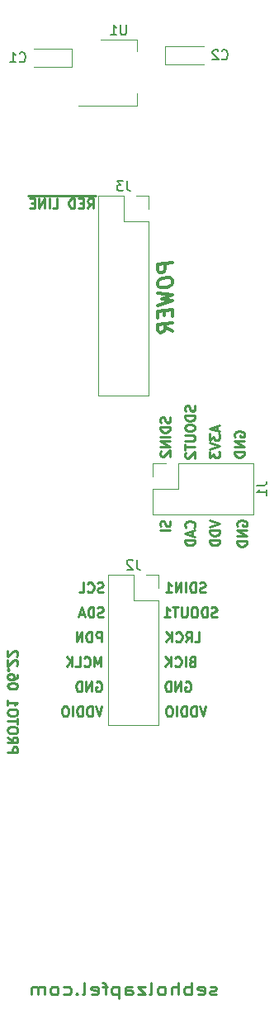
<source format=gbr>
%TF.GenerationSoftware,KiCad,Pcbnew,(6.0.5)*%
%TF.CreationDate,2022-06-21T23:16:53+02:00*%
%TF.ProjectId,eurorack-pmod-pcb,6575726f-7261-4636-9b2d-706d6f642d70,rev?*%
%TF.SameCoordinates,Original*%
%TF.FileFunction,Legend,Bot*%
%TF.FilePolarity,Positive*%
%FSLAX46Y46*%
G04 Gerber Fmt 4.6, Leading zero omitted, Abs format (unit mm)*
G04 Created by KiCad (PCBNEW (6.0.5)) date 2022-06-21 23:16:53*
%MOMM*%
%LPD*%
G01*
G04 APERTURE LIST*
%ADD10C,0.250000*%
%ADD11C,0.300000*%
%ADD12C,0.150000*%
%ADD13C,0.120000*%
G04 APERTURE END LIST*
D10*
X21994761Y-48871523D02*
X22042380Y-49014380D01*
X22042380Y-49252476D01*
X21994761Y-49347714D01*
X21947142Y-49395333D01*
X21851904Y-49442952D01*
X21756666Y-49442952D01*
X21661428Y-49395333D01*
X21613809Y-49347714D01*
X21566190Y-49252476D01*
X21518571Y-49062000D01*
X21470952Y-48966761D01*
X21423333Y-48919142D01*
X21328095Y-48871523D01*
X21232857Y-48871523D01*
X21137619Y-48919142D01*
X21090000Y-48966761D01*
X21042380Y-49062000D01*
X21042380Y-49300095D01*
X21090000Y-49442952D01*
X22042380Y-49871523D02*
X21042380Y-49871523D01*
X21042380Y-50109619D01*
X21090000Y-50252476D01*
X21185238Y-50347714D01*
X21280476Y-50395333D01*
X21470952Y-50442952D01*
X21613809Y-50442952D01*
X21804285Y-50395333D01*
X21899523Y-50347714D01*
X21994761Y-50252476D01*
X22042380Y-50109619D01*
X22042380Y-49871523D01*
X21042380Y-51062000D02*
X21042380Y-51252476D01*
X21090000Y-51347714D01*
X21185238Y-51442952D01*
X21375714Y-51490571D01*
X21709047Y-51490571D01*
X21899523Y-51442952D01*
X21994761Y-51347714D01*
X22042380Y-51252476D01*
X22042380Y-51062000D01*
X21994761Y-50966761D01*
X21899523Y-50871523D01*
X21709047Y-50823904D01*
X21375714Y-50823904D01*
X21185238Y-50871523D01*
X21090000Y-50966761D01*
X21042380Y-51062000D01*
X21042380Y-51919142D02*
X21851904Y-51919142D01*
X21947142Y-51966761D01*
X21994761Y-52014380D01*
X22042380Y-52109619D01*
X22042380Y-52300095D01*
X21994761Y-52395333D01*
X21947142Y-52442952D01*
X21851904Y-52490571D01*
X21042380Y-52490571D01*
X21042380Y-52823904D02*
X21042380Y-53395333D01*
X22042380Y-53109619D02*
X21042380Y-53109619D01*
X21137619Y-53681047D02*
X21090000Y-53728666D01*
X21042380Y-53823904D01*
X21042380Y-54062000D01*
X21090000Y-54157238D01*
X21137619Y-54204857D01*
X21232857Y-54252476D01*
X21328095Y-54252476D01*
X21470952Y-54204857D01*
X22042380Y-53633428D01*
X22042380Y-54252476D01*
X22018476Y-73096380D02*
X22494666Y-73096380D01*
X22494666Y-72096380D01*
X21113714Y-73096380D02*
X21447047Y-72620190D01*
X21685142Y-73096380D02*
X21685142Y-72096380D01*
X21304190Y-72096380D01*
X21208952Y-72144000D01*
X21161333Y-72191619D01*
X21113714Y-72286857D01*
X21113714Y-72429714D01*
X21161333Y-72524952D01*
X21208952Y-72572571D01*
X21304190Y-72620190D01*
X21685142Y-72620190D01*
X20113714Y-73001142D02*
X20161333Y-73048761D01*
X20304190Y-73096380D01*
X20399428Y-73096380D01*
X20542285Y-73048761D01*
X20637523Y-72953523D01*
X20685142Y-72858285D01*
X20732761Y-72667809D01*
X20732761Y-72524952D01*
X20685142Y-72334476D01*
X20637523Y-72239238D01*
X20542285Y-72144000D01*
X20399428Y-72096380D01*
X20304190Y-72096380D01*
X20161333Y-72144000D01*
X20113714Y-72191619D01*
X19685142Y-73096380D02*
X19685142Y-72096380D01*
X19113714Y-73096380D02*
X19542285Y-72524952D01*
X19113714Y-72096380D02*
X19685142Y-72667809D01*
X19454761Y-60690190D02*
X19502380Y-60833047D01*
X19502380Y-61071142D01*
X19454761Y-61166380D01*
X19407142Y-61214000D01*
X19311904Y-61261619D01*
X19216666Y-61261619D01*
X19121428Y-61214000D01*
X19073809Y-61166380D01*
X19026190Y-61071142D01*
X18978571Y-60880666D01*
X18930952Y-60785428D01*
X18883333Y-60737809D01*
X18788095Y-60690190D01*
X18692857Y-60690190D01*
X18597619Y-60737809D01*
X18550000Y-60785428D01*
X18502380Y-60880666D01*
X18502380Y-61118761D01*
X18550000Y-61261619D01*
X19502380Y-61690190D02*
X18502380Y-61690190D01*
X11937904Y-77224000D02*
X12033142Y-77176380D01*
X12176000Y-77176380D01*
X12318857Y-77224000D01*
X12414095Y-77319238D01*
X12461714Y-77414476D01*
X12509333Y-77604952D01*
X12509333Y-77747809D01*
X12461714Y-77938285D01*
X12414095Y-78033523D01*
X12318857Y-78128761D01*
X12176000Y-78176380D01*
X12080761Y-78176380D01*
X11937904Y-78128761D01*
X11890285Y-78081142D01*
X11890285Y-77747809D01*
X12080761Y-77747809D01*
X11461714Y-78176380D02*
X11461714Y-77176380D01*
X10890285Y-78176380D01*
X10890285Y-77176380D01*
X10414095Y-78176380D02*
X10414095Y-77176380D01*
X10176000Y-77176380D01*
X10033142Y-77224000D01*
X9937904Y-77319238D01*
X9890285Y-77414476D01*
X9842666Y-77604952D01*
X9842666Y-77747809D01*
X9890285Y-77938285D01*
X9937904Y-78033523D01*
X10033142Y-78128761D01*
X10176000Y-78176380D01*
X10414095Y-78176380D01*
X12644285Y-70508761D02*
X12501428Y-70556380D01*
X12263333Y-70556380D01*
X12168095Y-70508761D01*
X12120476Y-70461142D01*
X12072857Y-70365904D01*
X12072857Y-70270666D01*
X12120476Y-70175428D01*
X12168095Y-70127809D01*
X12263333Y-70080190D01*
X12453809Y-70032571D01*
X12549047Y-69984952D01*
X12596666Y-69937333D01*
X12644285Y-69842095D01*
X12644285Y-69746857D01*
X12596666Y-69651619D01*
X12549047Y-69604000D01*
X12453809Y-69556380D01*
X12215714Y-69556380D01*
X12072857Y-69604000D01*
X11644285Y-70556380D02*
X11644285Y-69556380D01*
X11406190Y-69556380D01*
X11263333Y-69604000D01*
X11168095Y-69699238D01*
X11120476Y-69794476D01*
X11072857Y-69984952D01*
X11072857Y-70127809D01*
X11120476Y-70318285D01*
X11168095Y-70413523D01*
X11263333Y-70508761D01*
X11406190Y-70556380D01*
X11644285Y-70556380D01*
X10691904Y-70270666D02*
X10215714Y-70270666D01*
X10787142Y-70556380D02*
X10453809Y-69556380D01*
X10120476Y-70556380D01*
X2849619Y-84438476D02*
X3849619Y-84438476D01*
X3849619Y-84057523D01*
X3801999Y-83962285D01*
X3754380Y-83914666D01*
X3659142Y-83867047D01*
X3516285Y-83867047D01*
X3421047Y-83914666D01*
X3373428Y-83962285D01*
X3325809Y-84057523D01*
X3325809Y-84438476D01*
X2849619Y-82867047D02*
X3325809Y-83200380D01*
X2849619Y-83438476D02*
X3849619Y-83438476D01*
X3849619Y-83057523D01*
X3801999Y-82962285D01*
X3754380Y-82914666D01*
X3659142Y-82867047D01*
X3516285Y-82867047D01*
X3421047Y-82914666D01*
X3373428Y-82962285D01*
X3325809Y-83057523D01*
X3325809Y-83438476D01*
X3849619Y-82248000D02*
X3849619Y-82057523D01*
X3801999Y-81962285D01*
X3706761Y-81867047D01*
X3516285Y-81819428D01*
X3182952Y-81819428D01*
X2992476Y-81867047D01*
X2897238Y-81962285D01*
X2849619Y-82057523D01*
X2849619Y-82248000D01*
X2897238Y-82343238D01*
X2992476Y-82438476D01*
X3182952Y-82486095D01*
X3516285Y-82486095D01*
X3706761Y-82438476D01*
X3801999Y-82343238D01*
X3849619Y-82248000D01*
X3849619Y-81533714D02*
X3849619Y-80962285D01*
X2849619Y-81248000D02*
X3849619Y-81248000D01*
X3849619Y-80438476D02*
X3849619Y-80248000D01*
X3802000Y-80152761D01*
X3706761Y-80057523D01*
X3516285Y-80009904D01*
X3182952Y-80009904D01*
X2992476Y-80057523D01*
X2897238Y-80152761D01*
X2849619Y-80248000D01*
X2849619Y-80438476D01*
X2897238Y-80533714D01*
X2992476Y-80628952D01*
X3182952Y-80676571D01*
X3516285Y-80676571D01*
X3706761Y-80628952D01*
X3802000Y-80533714D01*
X3849619Y-80438476D01*
X2849619Y-79057523D02*
X2849619Y-79628952D01*
X2849619Y-79343238D02*
X3849619Y-79343238D01*
X3706761Y-79438476D01*
X3611523Y-79533714D01*
X3563904Y-79628952D01*
X3849619Y-77676571D02*
X3849619Y-77581333D01*
X3802000Y-77486095D01*
X3754380Y-77438476D01*
X3659142Y-77390857D01*
X3468666Y-77343238D01*
X3230571Y-77343238D01*
X3040095Y-77390857D01*
X2944857Y-77438476D01*
X2897238Y-77486095D01*
X2849619Y-77581333D01*
X2849619Y-77676571D01*
X2897238Y-77771809D01*
X2944857Y-77819428D01*
X3040095Y-77867047D01*
X3230571Y-77914666D01*
X3468666Y-77914666D01*
X3659142Y-77867047D01*
X3754380Y-77819428D01*
X3802000Y-77771809D01*
X3849619Y-77676571D01*
X3849619Y-76486095D02*
X3849619Y-76676571D01*
X3802000Y-76771809D01*
X3754380Y-76819428D01*
X3611523Y-76914666D01*
X3421047Y-76962285D01*
X3040095Y-76962285D01*
X2944857Y-76914666D01*
X2897238Y-76867047D01*
X2849619Y-76771809D01*
X2849619Y-76581333D01*
X2897238Y-76486095D01*
X2944857Y-76438476D01*
X3040095Y-76390857D01*
X3278190Y-76390857D01*
X3373428Y-76438476D01*
X3421047Y-76486095D01*
X3468666Y-76581333D01*
X3468666Y-76771809D01*
X3421047Y-76867047D01*
X3373428Y-76914666D01*
X3278190Y-76962285D01*
X2944857Y-75962285D02*
X2897238Y-75914666D01*
X2849619Y-75962285D01*
X2897238Y-76009904D01*
X2944857Y-75962285D01*
X2849619Y-75962285D01*
X3754380Y-75533714D02*
X3802000Y-75486095D01*
X3849619Y-75390857D01*
X3849619Y-75152761D01*
X3802000Y-75057523D01*
X3754380Y-75009904D01*
X3659142Y-74962285D01*
X3563904Y-74962285D01*
X3421047Y-75009904D01*
X2849619Y-75581333D01*
X2849619Y-74962285D01*
X3754380Y-74581333D02*
X3802000Y-74533714D01*
X3849619Y-74438476D01*
X3849619Y-74200380D01*
X3802000Y-74105142D01*
X3754380Y-74057523D01*
X3659142Y-74009904D01*
X3563904Y-74009904D01*
X3421047Y-74057523D01*
X2849619Y-74628952D01*
X2849619Y-74009904D01*
X24232000Y-109197714D02*
X24089142Y-109254857D01*
X23803428Y-109254857D01*
X23660571Y-109197714D01*
X23589142Y-109083428D01*
X23589142Y-109026285D01*
X23660571Y-108912000D01*
X23803428Y-108854857D01*
X24017714Y-108854857D01*
X24160571Y-108797714D01*
X24232000Y-108683428D01*
X24232000Y-108626285D01*
X24160571Y-108512000D01*
X24017714Y-108454857D01*
X23803428Y-108454857D01*
X23660571Y-108512000D01*
X22374857Y-109197714D02*
X22517714Y-109254857D01*
X22803428Y-109254857D01*
X22946285Y-109197714D01*
X23017714Y-109083428D01*
X23017714Y-108626285D01*
X22946285Y-108512000D01*
X22803428Y-108454857D01*
X22517714Y-108454857D01*
X22374857Y-108512000D01*
X22303428Y-108626285D01*
X22303428Y-108740571D01*
X23017714Y-108854857D01*
X21660571Y-109254857D02*
X21660571Y-108054857D01*
X21660571Y-108512000D02*
X21517714Y-108454857D01*
X21232000Y-108454857D01*
X21089142Y-108512000D01*
X21017714Y-108569142D01*
X20946285Y-108683428D01*
X20946285Y-109026285D01*
X21017714Y-109140571D01*
X21089142Y-109197714D01*
X21232000Y-109254857D01*
X21517714Y-109254857D01*
X21660571Y-109197714D01*
X20303428Y-109254857D02*
X20303428Y-108054857D01*
X19660571Y-109254857D02*
X19660571Y-108626285D01*
X19732000Y-108512000D01*
X19874857Y-108454857D01*
X20089142Y-108454857D01*
X20232000Y-108512000D01*
X20303428Y-108569142D01*
X18732000Y-109254857D02*
X18874857Y-109197714D01*
X18946285Y-109140571D01*
X19017714Y-109026285D01*
X19017714Y-108683428D01*
X18946285Y-108569142D01*
X18874857Y-108512000D01*
X18732000Y-108454857D01*
X18517714Y-108454857D01*
X18374857Y-108512000D01*
X18303428Y-108569142D01*
X18232000Y-108683428D01*
X18232000Y-109026285D01*
X18303428Y-109140571D01*
X18374857Y-109197714D01*
X18517714Y-109254857D01*
X18732000Y-109254857D01*
X17374857Y-109254857D02*
X17517714Y-109197714D01*
X17589142Y-109083428D01*
X17589142Y-108054857D01*
X16946285Y-108454857D02*
X16160571Y-108454857D01*
X16946285Y-109254857D01*
X16160571Y-109254857D01*
X14946285Y-109254857D02*
X14946285Y-108626285D01*
X15017714Y-108512000D01*
X15160571Y-108454857D01*
X15446285Y-108454857D01*
X15589142Y-108512000D01*
X14946285Y-109197714D02*
X15089142Y-109254857D01*
X15446285Y-109254857D01*
X15589142Y-109197714D01*
X15660571Y-109083428D01*
X15660571Y-108969142D01*
X15589142Y-108854857D01*
X15446285Y-108797714D01*
X15089142Y-108797714D01*
X14946285Y-108740571D01*
X14232000Y-108454857D02*
X14232000Y-109654857D01*
X14232000Y-108512000D02*
X14089142Y-108454857D01*
X13803428Y-108454857D01*
X13660571Y-108512000D01*
X13589142Y-108569142D01*
X13517714Y-108683428D01*
X13517714Y-109026285D01*
X13589142Y-109140571D01*
X13660571Y-109197714D01*
X13803428Y-109254857D01*
X14089142Y-109254857D01*
X14232000Y-109197714D01*
X13089142Y-108454857D02*
X12517714Y-108454857D01*
X12874857Y-109254857D02*
X12874857Y-108226285D01*
X12803428Y-108112000D01*
X12660571Y-108054857D01*
X12517714Y-108054857D01*
X11446285Y-109197714D02*
X11589142Y-109254857D01*
X11874857Y-109254857D01*
X12017714Y-109197714D01*
X12089142Y-109083428D01*
X12089142Y-108626285D01*
X12017714Y-108512000D01*
X11874857Y-108454857D01*
X11589142Y-108454857D01*
X11446285Y-108512000D01*
X11374857Y-108626285D01*
X11374857Y-108740571D01*
X12089142Y-108854857D01*
X10517714Y-109254857D02*
X10660571Y-109197714D01*
X10732000Y-109083428D01*
X10732000Y-108054857D01*
X9946285Y-109140571D02*
X9874857Y-109197714D01*
X9946285Y-109254857D01*
X10017714Y-109197714D01*
X9946285Y-109140571D01*
X9946285Y-109254857D01*
X8589142Y-109197714D02*
X8732000Y-109254857D01*
X9017714Y-109254857D01*
X9160571Y-109197714D01*
X9232000Y-109140571D01*
X9303428Y-109026285D01*
X9303428Y-108683428D01*
X9232000Y-108569142D01*
X9160571Y-108512000D01*
X9017714Y-108454857D01*
X8732000Y-108454857D01*
X8589142Y-108512000D01*
X7732000Y-109254857D02*
X7874857Y-109197714D01*
X7946285Y-109140571D01*
X8017714Y-109026285D01*
X8017714Y-108683428D01*
X7946285Y-108569142D01*
X7874857Y-108512000D01*
X7732000Y-108454857D01*
X7517714Y-108454857D01*
X7374857Y-108512000D01*
X7303428Y-108569142D01*
X7232000Y-108683428D01*
X7232000Y-109026285D01*
X7303428Y-109140571D01*
X7374857Y-109197714D01*
X7517714Y-109254857D01*
X7732000Y-109254857D01*
X6589142Y-109254857D02*
X6589142Y-108454857D01*
X6589142Y-108569142D02*
X6517714Y-108512000D01*
X6374857Y-108454857D01*
X6160571Y-108454857D01*
X6017714Y-108512000D01*
X5946285Y-108626285D01*
X5946285Y-109254857D01*
X5946285Y-108626285D02*
X5874857Y-108512000D01*
X5732000Y-108454857D01*
X5517714Y-108454857D01*
X5374857Y-108512000D01*
X5303428Y-108626285D01*
X5303428Y-109254857D01*
X26424000Y-61214095D02*
X26376380Y-61118857D01*
X26376380Y-60976000D01*
X26424000Y-60833142D01*
X26519238Y-60737904D01*
X26614476Y-60690285D01*
X26804952Y-60642666D01*
X26947809Y-60642666D01*
X27138285Y-60690285D01*
X27233523Y-60737904D01*
X27328761Y-60833142D01*
X27376380Y-60976000D01*
X27376380Y-61071238D01*
X27328761Y-61214095D01*
X27281142Y-61261714D01*
X26947809Y-61261714D01*
X26947809Y-61071238D01*
X27376380Y-61690285D02*
X26376380Y-61690285D01*
X27376380Y-62261714D01*
X26376380Y-62261714D01*
X27376380Y-62737904D02*
X26376380Y-62737904D01*
X26376380Y-62976000D01*
X26424000Y-63118857D01*
X26519238Y-63214095D01*
X26614476Y-63261714D01*
X26804952Y-63309333D01*
X26947809Y-63309333D01*
X27138285Y-63261714D01*
X27233523Y-63214095D01*
X27328761Y-63118857D01*
X27376380Y-62976000D01*
X27376380Y-62737904D01*
X23177238Y-79716380D02*
X22843904Y-80716380D01*
X22510571Y-79716380D01*
X22177238Y-80716380D02*
X22177238Y-79716380D01*
X21939142Y-79716380D01*
X21796285Y-79764000D01*
X21701047Y-79859238D01*
X21653428Y-79954476D01*
X21605809Y-80144952D01*
X21605809Y-80287809D01*
X21653428Y-80478285D01*
X21701047Y-80573523D01*
X21796285Y-80668761D01*
X21939142Y-80716380D01*
X22177238Y-80716380D01*
X21177238Y-80716380D02*
X21177238Y-79716380D01*
X20939142Y-79716380D01*
X20796285Y-79764000D01*
X20701047Y-79859238D01*
X20653428Y-79954476D01*
X20605809Y-80144952D01*
X20605809Y-80287809D01*
X20653428Y-80478285D01*
X20701047Y-80573523D01*
X20796285Y-80668761D01*
X20939142Y-80716380D01*
X21177238Y-80716380D01*
X20177238Y-80716380D02*
X20177238Y-79716380D01*
X19510571Y-79716380D02*
X19320095Y-79716380D01*
X19224857Y-79764000D01*
X19129619Y-79859238D01*
X19082000Y-80049714D01*
X19082000Y-80383047D01*
X19129619Y-80573523D01*
X19224857Y-80668761D01*
X19320095Y-80716380D01*
X19510571Y-80716380D01*
X19605809Y-80668761D01*
X19701047Y-80573523D01*
X19748666Y-80383047D01*
X19748666Y-80049714D01*
X19701047Y-79859238D01*
X19605809Y-79764000D01*
X19510571Y-79716380D01*
X23582380Y-60642666D02*
X24582380Y-60976000D01*
X23582380Y-61309333D01*
X24582380Y-61642666D02*
X23582380Y-61642666D01*
X23582380Y-61880761D01*
X23630000Y-62023619D01*
X23725238Y-62118857D01*
X23820476Y-62166476D01*
X24010952Y-62214095D01*
X24153809Y-62214095D01*
X24344285Y-62166476D01*
X24439523Y-62118857D01*
X24534761Y-62023619D01*
X24582380Y-61880761D01*
X24582380Y-61642666D01*
X24582380Y-62642666D02*
X23582380Y-62642666D01*
X23582380Y-62880761D01*
X23630000Y-63023619D01*
X23725238Y-63118857D01*
X23820476Y-63166476D01*
X24010952Y-63214095D01*
X24153809Y-63214095D01*
X24344285Y-63166476D01*
X24439523Y-63118857D01*
X24534761Y-63023619D01*
X24582380Y-62880761D01*
X24582380Y-62642666D01*
X12461714Y-73096380D02*
X12461714Y-72096380D01*
X12080761Y-72096380D01*
X11985523Y-72144000D01*
X11937904Y-72191619D01*
X11890285Y-72286857D01*
X11890285Y-72429714D01*
X11937904Y-72524952D01*
X11985523Y-72572571D01*
X12080761Y-72620190D01*
X12461714Y-72620190D01*
X11461714Y-73096380D02*
X11461714Y-72096380D01*
X11223619Y-72096380D01*
X11080761Y-72144000D01*
X10985523Y-72239238D01*
X10937904Y-72334476D01*
X10890285Y-72524952D01*
X10890285Y-72667809D01*
X10937904Y-72858285D01*
X10985523Y-72953523D01*
X11080761Y-73048761D01*
X11223619Y-73096380D01*
X11461714Y-73096380D01*
X10461714Y-73096380D02*
X10461714Y-72096380D01*
X9890285Y-73096380D01*
X9890285Y-72096380D01*
X23105809Y-67968761D02*
X22962952Y-68016380D01*
X22724857Y-68016380D01*
X22629619Y-67968761D01*
X22582000Y-67921142D01*
X22534380Y-67825904D01*
X22534380Y-67730666D01*
X22582000Y-67635428D01*
X22629619Y-67587809D01*
X22724857Y-67540190D01*
X22915333Y-67492571D01*
X23010571Y-67444952D01*
X23058190Y-67397333D01*
X23105809Y-67302095D01*
X23105809Y-67206857D01*
X23058190Y-67111619D01*
X23010571Y-67064000D01*
X22915333Y-67016380D01*
X22677238Y-67016380D01*
X22534380Y-67064000D01*
X22105809Y-68016380D02*
X22105809Y-67016380D01*
X21867714Y-67016380D01*
X21724857Y-67064000D01*
X21629619Y-67159238D01*
X21582000Y-67254476D01*
X21534380Y-67444952D01*
X21534380Y-67587809D01*
X21582000Y-67778285D01*
X21629619Y-67873523D01*
X21724857Y-67968761D01*
X21867714Y-68016380D01*
X22105809Y-68016380D01*
X21105809Y-68016380D02*
X21105809Y-67016380D01*
X20629619Y-68016380D02*
X20629619Y-67016380D01*
X20058190Y-68016380D01*
X20058190Y-67016380D01*
X19058190Y-68016380D02*
X19629619Y-68016380D01*
X19343904Y-68016380D02*
X19343904Y-67016380D01*
X19439142Y-67159238D01*
X19534380Y-67254476D01*
X19629619Y-67302095D01*
X19454761Y-50046190D02*
X19502380Y-50189047D01*
X19502380Y-50427142D01*
X19454761Y-50522380D01*
X19407142Y-50570000D01*
X19311904Y-50617619D01*
X19216666Y-50617619D01*
X19121428Y-50570000D01*
X19073809Y-50522380D01*
X19026190Y-50427142D01*
X18978571Y-50236666D01*
X18930952Y-50141428D01*
X18883333Y-50093809D01*
X18788095Y-50046190D01*
X18692857Y-50046190D01*
X18597619Y-50093809D01*
X18550000Y-50141428D01*
X18502380Y-50236666D01*
X18502380Y-50474761D01*
X18550000Y-50617619D01*
X19502380Y-51046190D02*
X18502380Y-51046190D01*
X18502380Y-51284285D01*
X18550000Y-51427142D01*
X18645238Y-51522380D01*
X18740476Y-51570000D01*
X18930952Y-51617619D01*
X19073809Y-51617619D01*
X19264285Y-51570000D01*
X19359523Y-51522380D01*
X19454761Y-51427142D01*
X19502380Y-51284285D01*
X19502380Y-51046190D01*
X19502380Y-52046190D02*
X18502380Y-52046190D01*
X19502380Y-52522380D02*
X18502380Y-52522380D01*
X19502380Y-53093809D01*
X18502380Y-53093809D01*
X18597619Y-53522380D02*
X18550000Y-53570000D01*
X18502380Y-53665238D01*
X18502380Y-53903333D01*
X18550000Y-53998571D01*
X18597619Y-54046190D01*
X18692857Y-54093809D01*
X18788095Y-54093809D01*
X18930952Y-54046190D01*
X19502380Y-53474761D01*
X19502380Y-54093809D01*
X21947142Y-61356952D02*
X21994761Y-61309333D01*
X22042380Y-61166476D01*
X22042380Y-61071238D01*
X21994761Y-60928380D01*
X21899523Y-60833142D01*
X21804285Y-60785523D01*
X21613809Y-60737904D01*
X21470952Y-60737904D01*
X21280476Y-60785523D01*
X21185238Y-60833142D01*
X21090000Y-60928380D01*
X21042380Y-61071238D01*
X21042380Y-61166476D01*
X21090000Y-61309333D01*
X21137619Y-61356952D01*
X21756666Y-61737904D02*
X21756666Y-62214095D01*
X22042380Y-61642666D02*
X21042380Y-61976000D01*
X22042380Y-62309333D01*
X22042380Y-62642666D02*
X21042380Y-62642666D01*
X21042380Y-62880761D01*
X21090000Y-63023619D01*
X21185238Y-63118857D01*
X21280476Y-63166476D01*
X21470952Y-63214095D01*
X21613809Y-63214095D01*
X21804285Y-63166476D01*
X21899523Y-63118857D01*
X21994761Y-63023619D01*
X22042380Y-62880761D01*
X22042380Y-62642666D01*
X21740666Y-75112571D02*
X21597809Y-75160190D01*
X21550190Y-75207809D01*
X21502571Y-75303047D01*
X21502571Y-75445904D01*
X21550190Y-75541142D01*
X21597809Y-75588761D01*
X21693047Y-75636380D01*
X22074000Y-75636380D01*
X22074000Y-74636380D01*
X21740666Y-74636380D01*
X21645428Y-74684000D01*
X21597809Y-74731619D01*
X21550190Y-74826857D01*
X21550190Y-74922095D01*
X21597809Y-75017333D01*
X21645428Y-75064952D01*
X21740666Y-75112571D01*
X22074000Y-75112571D01*
X21074000Y-75636380D02*
X21074000Y-74636380D01*
X20026380Y-75541142D02*
X20074000Y-75588761D01*
X20216857Y-75636380D01*
X20312095Y-75636380D01*
X20454952Y-75588761D01*
X20550190Y-75493523D01*
X20597809Y-75398285D01*
X20645428Y-75207809D01*
X20645428Y-75064952D01*
X20597809Y-74874476D01*
X20550190Y-74779238D01*
X20454952Y-74684000D01*
X20312095Y-74636380D01*
X20216857Y-74636380D01*
X20074000Y-74684000D01*
X20026380Y-74731619D01*
X19597809Y-75636380D02*
X19597809Y-74636380D01*
X19026380Y-75636380D02*
X19454952Y-75064952D01*
X19026380Y-74636380D02*
X19597809Y-75207809D01*
X12509238Y-79716380D02*
X12175904Y-80716380D01*
X11842571Y-79716380D01*
X11509238Y-80716380D02*
X11509238Y-79716380D01*
X11271142Y-79716380D01*
X11128285Y-79764000D01*
X11033047Y-79859238D01*
X10985428Y-79954476D01*
X10937809Y-80144952D01*
X10937809Y-80287809D01*
X10985428Y-80478285D01*
X11033047Y-80573523D01*
X11128285Y-80668761D01*
X11271142Y-80716380D01*
X11509238Y-80716380D01*
X10509238Y-80716380D02*
X10509238Y-79716380D01*
X10271142Y-79716380D01*
X10128285Y-79764000D01*
X10033047Y-79859238D01*
X9985428Y-79954476D01*
X9937809Y-80144952D01*
X9937809Y-80287809D01*
X9985428Y-80478285D01*
X10033047Y-80573523D01*
X10128285Y-80668761D01*
X10271142Y-80716380D01*
X10509238Y-80716380D01*
X9509238Y-80716380D02*
X9509238Y-79716380D01*
X8842571Y-79716380D02*
X8652095Y-79716380D01*
X8556857Y-79764000D01*
X8461619Y-79859238D01*
X8414000Y-80049714D01*
X8414000Y-80383047D01*
X8461619Y-80573523D01*
X8556857Y-80668761D01*
X8652095Y-80716380D01*
X8842571Y-80716380D01*
X8937809Y-80668761D01*
X9033047Y-80573523D01*
X9080666Y-80383047D01*
X9080666Y-80049714D01*
X9033047Y-79859238D01*
X8937809Y-79764000D01*
X8842571Y-79716380D01*
X24296666Y-50958952D02*
X24296666Y-51435142D01*
X24582380Y-50863714D02*
X23582380Y-51197047D01*
X24582380Y-51530380D01*
X23582380Y-51768476D02*
X23582380Y-52387523D01*
X23963333Y-52054190D01*
X23963333Y-52197047D01*
X24010952Y-52292285D01*
X24058571Y-52339904D01*
X24153809Y-52387523D01*
X24391904Y-52387523D01*
X24487142Y-52339904D01*
X24534761Y-52292285D01*
X24582380Y-52197047D01*
X24582380Y-51911333D01*
X24534761Y-51816095D01*
X24487142Y-51768476D01*
X23582380Y-52673238D02*
X24582380Y-53006571D01*
X23582380Y-53339904D01*
X23582380Y-53578000D02*
X23582380Y-54197047D01*
X23963333Y-53863714D01*
X23963333Y-54006571D01*
X24010952Y-54101809D01*
X24058571Y-54149428D01*
X24153809Y-54197047D01*
X24391904Y-54197047D01*
X24487142Y-54149428D01*
X24534761Y-54101809D01*
X24582380Y-54006571D01*
X24582380Y-53720857D01*
X24534761Y-53625619D01*
X24487142Y-53578000D01*
X26170000Y-52070095D02*
X26122380Y-51974857D01*
X26122380Y-51832000D01*
X26170000Y-51689142D01*
X26265238Y-51593904D01*
X26360476Y-51546285D01*
X26550952Y-51498666D01*
X26693809Y-51498666D01*
X26884285Y-51546285D01*
X26979523Y-51593904D01*
X27074761Y-51689142D01*
X27122380Y-51832000D01*
X27122380Y-51927238D01*
X27074761Y-52070095D01*
X27027142Y-52117714D01*
X26693809Y-52117714D01*
X26693809Y-51927238D01*
X27122380Y-52546285D02*
X26122380Y-52546285D01*
X27122380Y-53117714D01*
X26122380Y-53117714D01*
X27122380Y-53593904D02*
X26122380Y-53593904D01*
X26122380Y-53832000D01*
X26170000Y-53974857D01*
X26265238Y-54070095D01*
X26360476Y-54117714D01*
X26550952Y-54165333D01*
X26693809Y-54165333D01*
X26884285Y-54117714D01*
X26979523Y-54070095D01*
X27074761Y-53974857D01*
X27122380Y-53832000D01*
X27122380Y-53593904D01*
X11834380Y-27364000D02*
X10834380Y-27364000D01*
X11024857Y-28646380D02*
X11358190Y-28170190D01*
X11596285Y-28646380D02*
X11596285Y-27646380D01*
X11215333Y-27646380D01*
X11120095Y-27694000D01*
X11072476Y-27741619D01*
X11024857Y-27836857D01*
X11024857Y-27979714D01*
X11072476Y-28074952D01*
X11120095Y-28122571D01*
X11215333Y-28170190D01*
X11596285Y-28170190D01*
X10834380Y-27364000D02*
X9929619Y-27364000D01*
X10596285Y-28122571D02*
X10262952Y-28122571D01*
X10120095Y-28646380D02*
X10596285Y-28646380D01*
X10596285Y-27646380D01*
X10120095Y-27646380D01*
X9929619Y-27364000D02*
X8929619Y-27364000D01*
X9691523Y-28646380D02*
X9691523Y-27646380D01*
X9453428Y-27646380D01*
X9310571Y-27694000D01*
X9215333Y-27789238D01*
X9167714Y-27884476D01*
X9120095Y-28074952D01*
X9120095Y-28217809D01*
X9167714Y-28408285D01*
X9215333Y-28503523D01*
X9310571Y-28598761D01*
X9453428Y-28646380D01*
X9691523Y-28646380D01*
X8929619Y-27364000D02*
X8167714Y-27364000D01*
X8167714Y-27364000D02*
X7358190Y-27364000D01*
X7453428Y-28646380D02*
X7929619Y-28646380D01*
X7929619Y-27646380D01*
X7358190Y-27364000D02*
X6882000Y-27364000D01*
X7120095Y-28646380D02*
X7120095Y-27646380D01*
X6882000Y-27364000D02*
X5834380Y-27364000D01*
X6643904Y-28646380D02*
X6643904Y-27646380D01*
X6072476Y-28646380D01*
X6072476Y-27646380D01*
X5834380Y-27364000D02*
X4929619Y-27364000D01*
X5596285Y-28122571D02*
X5262952Y-28122571D01*
X5120095Y-28646380D02*
X5596285Y-28646380D01*
X5596285Y-27646380D01*
X5120095Y-27646380D01*
X12620476Y-67968761D02*
X12477619Y-68016380D01*
X12239523Y-68016380D01*
X12144285Y-67968761D01*
X12096666Y-67921142D01*
X12049047Y-67825904D01*
X12049047Y-67730666D01*
X12096666Y-67635428D01*
X12144285Y-67587809D01*
X12239523Y-67540190D01*
X12430000Y-67492571D01*
X12525238Y-67444952D01*
X12572857Y-67397333D01*
X12620476Y-67302095D01*
X12620476Y-67206857D01*
X12572857Y-67111619D01*
X12525238Y-67064000D01*
X12430000Y-67016380D01*
X12191904Y-67016380D01*
X12049047Y-67064000D01*
X11049047Y-67921142D02*
X11096666Y-67968761D01*
X11239523Y-68016380D01*
X11334761Y-68016380D01*
X11477619Y-67968761D01*
X11572857Y-67873523D01*
X11620476Y-67778285D01*
X11668095Y-67587809D01*
X11668095Y-67444952D01*
X11620476Y-67254476D01*
X11572857Y-67159238D01*
X11477619Y-67064000D01*
X11334761Y-67016380D01*
X11239523Y-67016380D01*
X11096666Y-67064000D01*
X11049047Y-67111619D01*
X10144285Y-68016380D02*
X10620476Y-68016380D01*
X10620476Y-67016380D01*
X24280476Y-70508761D02*
X24137619Y-70556380D01*
X23899523Y-70556380D01*
X23804285Y-70508761D01*
X23756666Y-70461142D01*
X23709047Y-70365904D01*
X23709047Y-70270666D01*
X23756666Y-70175428D01*
X23804285Y-70127809D01*
X23899523Y-70080190D01*
X24090000Y-70032571D01*
X24185238Y-69984952D01*
X24232857Y-69937333D01*
X24280476Y-69842095D01*
X24280476Y-69746857D01*
X24232857Y-69651619D01*
X24185238Y-69604000D01*
X24090000Y-69556380D01*
X23851904Y-69556380D01*
X23709047Y-69604000D01*
X23280476Y-70556380D02*
X23280476Y-69556380D01*
X23042380Y-69556380D01*
X22899523Y-69604000D01*
X22804285Y-69699238D01*
X22756666Y-69794476D01*
X22709047Y-69984952D01*
X22709047Y-70127809D01*
X22756666Y-70318285D01*
X22804285Y-70413523D01*
X22899523Y-70508761D01*
X23042380Y-70556380D01*
X23280476Y-70556380D01*
X22090000Y-69556380D02*
X21899523Y-69556380D01*
X21804285Y-69604000D01*
X21709047Y-69699238D01*
X21661428Y-69889714D01*
X21661428Y-70223047D01*
X21709047Y-70413523D01*
X21804285Y-70508761D01*
X21899523Y-70556380D01*
X22090000Y-70556380D01*
X22185238Y-70508761D01*
X22280476Y-70413523D01*
X22328095Y-70223047D01*
X22328095Y-69889714D01*
X22280476Y-69699238D01*
X22185238Y-69604000D01*
X22090000Y-69556380D01*
X21232857Y-69556380D02*
X21232857Y-70365904D01*
X21185238Y-70461142D01*
X21137619Y-70508761D01*
X21042380Y-70556380D01*
X20851904Y-70556380D01*
X20756666Y-70508761D01*
X20709047Y-70461142D01*
X20661428Y-70365904D01*
X20661428Y-69556380D01*
X20328095Y-69556380D02*
X19756666Y-69556380D01*
X20042380Y-70556380D02*
X20042380Y-69556380D01*
X18899523Y-70556380D02*
X19470952Y-70556380D01*
X19185238Y-70556380D02*
X19185238Y-69556380D01*
X19280476Y-69699238D01*
X19375714Y-69794476D01*
X19470952Y-69842095D01*
X12406095Y-75636380D02*
X12406095Y-74636380D01*
X12072761Y-75350666D01*
X11739428Y-74636380D01*
X11739428Y-75636380D01*
X10691809Y-75541142D02*
X10739428Y-75588761D01*
X10882285Y-75636380D01*
X10977523Y-75636380D01*
X11120380Y-75588761D01*
X11215619Y-75493523D01*
X11263238Y-75398285D01*
X11310857Y-75207809D01*
X11310857Y-75064952D01*
X11263238Y-74874476D01*
X11215619Y-74779238D01*
X11120380Y-74684000D01*
X10977523Y-74636380D01*
X10882285Y-74636380D01*
X10739428Y-74684000D01*
X10691809Y-74731619D01*
X9787047Y-75636380D02*
X10263238Y-75636380D01*
X10263238Y-74636380D01*
X9453714Y-75636380D02*
X9453714Y-74636380D01*
X8882285Y-75636380D02*
X9310857Y-75064952D01*
X8882285Y-74636380D02*
X9453714Y-75207809D01*
D11*
X19728571Y-34239705D02*
X18228571Y-34427205D01*
X18228571Y-34998633D01*
X18300000Y-35132562D01*
X18371428Y-35195062D01*
X18514285Y-35248633D01*
X18728571Y-35221848D01*
X18871428Y-35132562D01*
X18942857Y-35052205D01*
X19014285Y-34900419D01*
X19014285Y-34328991D01*
X18228571Y-36212919D02*
X18228571Y-36498633D01*
X18300000Y-36632562D01*
X18442857Y-36757562D01*
X18728571Y-36793276D01*
X19228571Y-36730776D01*
X19514285Y-36623633D01*
X19657142Y-36462919D01*
X19728571Y-36311133D01*
X19728571Y-36025419D01*
X19657142Y-35891491D01*
X19514285Y-35766491D01*
X19228571Y-35730776D01*
X18728571Y-35793276D01*
X18442857Y-35900419D01*
X18300000Y-36061133D01*
X18228571Y-36212919D01*
X18228571Y-37355776D02*
X19728571Y-37525419D01*
X18657142Y-37945062D01*
X19728571Y-38096848D01*
X18228571Y-38641491D01*
X18942857Y-39123633D02*
X18942857Y-39623633D01*
X19728571Y-39739705D02*
X19728571Y-39025419D01*
X18228571Y-39212919D01*
X18228571Y-39927205D01*
X19728571Y-41239705D02*
X19014285Y-40828991D01*
X19728571Y-40382562D02*
X18228571Y-40570062D01*
X18228571Y-41141491D01*
X18300000Y-41275419D01*
X18371428Y-41337919D01*
X18514285Y-41391491D01*
X18728571Y-41364705D01*
X18871428Y-41275419D01*
X18942857Y-41195062D01*
X19014285Y-41043276D01*
X19014285Y-40471848D01*
D10*
X21081904Y-77224000D02*
X21177142Y-77176380D01*
X21320000Y-77176380D01*
X21462857Y-77224000D01*
X21558095Y-77319238D01*
X21605714Y-77414476D01*
X21653333Y-77604952D01*
X21653333Y-77747809D01*
X21605714Y-77938285D01*
X21558095Y-78033523D01*
X21462857Y-78128761D01*
X21320000Y-78176380D01*
X21224761Y-78176380D01*
X21081904Y-78128761D01*
X21034285Y-78081142D01*
X21034285Y-77747809D01*
X21224761Y-77747809D01*
X20605714Y-78176380D02*
X20605714Y-77176380D01*
X20034285Y-78176380D01*
X20034285Y-77176380D01*
X19558095Y-78176380D02*
X19558095Y-77176380D01*
X19320000Y-77176380D01*
X19177142Y-77224000D01*
X19081904Y-77319238D01*
X19034285Y-77414476D01*
X18986666Y-77604952D01*
X18986666Y-77747809D01*
X19034285Y-77938285D01*
X19081904Y-78033523D01*
X19177142Y-78128761D01*
X19320000Y-78176380D01*
X19558095Y-78176380D01*
D12*
%TO.C,U1*%
X14985904Y-9866380D02*
X14985904Y-10675904D01*
X14938285Y-10771142D01*
X14890666Y-10818761D01*
X14795428Y-10866380D01*
X14604952Y-10866380D01*
X14509714Y-10818761D01*
X14462095Y-10771142D01*
X14414476Y-10675904D01*
X14414476Y-9866380D01*
X13414476Y-10866380D02*
X13985904Y-10866380D01*
X13700190Y-10866380D02*
X13700190Y-9866380D01*
X13795428Y-10009238D01*
X13890666Y-10104476D01*
X13985904Y-10152095D01*
%TO.C,J3*%
X15070333Y-25839380D02*
X15070333Y-26553666D01*
X15117952Y-26696523D01*
X15213190Y-26791761D01*
X15356047Y-26839380D01*
X15451285Y-26839380D01*
X14689380Y-25839380D02*
X14070333Y-25839380D01*
X14403666Y-26220333D01*
X14260809Y-26220333D01*
X14165571Y-26267952D01*
X14117952Y-26315571D01*
X14070333Y-26410809D01*
X14070333Y-26648904D01*
X14117952Y-26744142D01*
X14165571Y-26791761D01*
X14260809Y-26839380D01*
X14546523Y-26839380D01*
X14641761Y-26791761D01*
X14689380Y-26744142D01*
%TO.C,C1*%
X4056666Y-13565142D02*
X4104285Y-13612761D01*
X4247142Y-13660380D01*
X4342380Y-13660380D01*
X4485238Y-13612761D01*
X4580476Y-13517523D01*
X4628095Y-13422285D01*
X4675714Y-13231809D01*
X4675714Y-13088952D01*
X4628095Y-12898476D01*
X4580476Y-12803238D01*
X4485238Y-12708000D01*
X4342380Y-12660380D01*
X4247142Y-12660380D01*
X4104285Y-12708000D01*
X4056666Y-12755619D01*
X3104285Y-13660380D02*
X3675714Y-13660380D01*
X3390000Y-13660380D02*
X3390000Y-12660380D01*
X3485238Y-12803238D01*
X3580476Y-12898476D01*
X3675714Y-12946095D01*
%TO.C,J1*%
X28408380Y-57070666D02*
X29122666Y-57070666D01*
X29265523Y-57023047D01*
X29360761Y-56927809D01*
X29408380Y-56784952D01*
X29408380Y-56689714D01*
X29408380Y-58070666D02*
X29408380Y-57499238D01*
X29408380Y-57784952D02*
X28408380Y-57784952D01*
X28551238Y-57689714D01*
X28646476Y-57594476D01*
X28694095Y-57499238D01*
%TO.C,J2*%
X16086333Y-64686380D02*
X16086333Y-65400666D01*
X16133952Y-65543523D01*
X16229190Y-65638761D01*
X16372047Y-65686380D01*
X16467285Y-65686380D01*
X15657761Y-64781619D02*
X15610142Y-64734000D01*
X15514904Y-64686380D01*
X15276809Y-64686380D01*
X15181571Y-64734000D01*
X15133952Y-64781619D01*
X15086333Y-64876857D01*
X15086333Y-64972095D01*
X15133952Y-65114952D01*
X15705380Y-65686380D01*
X15086333Y-65686380D01*
%TO.C,C2*%
X24804666Y-13311142D02*
X24852285Y-13358761D01*
X24995142Y-13406380D01*
X25090380Y-13406380D01*
X25233238Y-13358761D01*
X25328476Y-13263523D01*
X25376095Y-13168285D01*
X25423714Y-12977809D01*
X25423714Y-12834952D01*
X25376095Y-12644476D01*
X25328476Y-12549238D01*
X25233238Y-12454000D01*
X25090380Y-12406380D01*
X24995142Y-12406380D01*
X24852285Y-12454000D01*
X24804666Y-12501619D01*
X24423714Y-12501619D02*
X24376095Y-12454000D01*
X24280857Y-12406380D01*
X24042761Y-12406380D01*
X23947523Y-12454000D01*
X23899904Y-12501619D01*
X23852285Y-12596857D01*
X23852285Y-12692095D01*
X23899904Y-12834952D01*
X24471333Y-13406380D01*
X23852285Y-13406380D01*
D13*
%TO.C,U1*%
X16134000Y-18142000D02*
X16134000Y-16882000D01*
X16134000Y-11322000D02*
X16134000Y-12582000D01*
X12374000Y-11322000D02*
X16134000Y-11322000D01*
X10124000Y-18142000D02*
X16134000Y-18142000D01*
%TO.C,J3*%
X17337000Y-29987000D02*
X17337000Y-47827000D01*
X14737000Y-27387000D02*
X12137000Y-27387000D01*
X12137000Y-27387000D02*
X12137000Y-47827000D01*
X17337000Y-29987000D02*
X14737000Y-29987000D01*
X17337000Y-47827000D02*
X12137000Y-47827000D01*
X17337000Y-28717000D02*
X17337000Y-27387000D01*
X17337000Y-27387000D02*
X16007000Y-27387000D01*
X14737000Y-29987000D02*
X14737000Y-27387000D01*
%TO.C,C1*%
X5512000Y-12273000D02*
X9422000Y-12273000D01*
X9422000Y-14143000D02*
X5512000Y-14143000D01*
X9422000Y-12273000D02*
X9422000Y-14143000D01*
%TO.C,J1*%
X28010000Y-54799000D02*
X28010000Y-59999000D01*
X20330000Y-54799000D02*
X20330000Y-57399000D01*
X19060000Y-54799000D02*
X17730000Y-54799000D01*
X17730000Y-54799000D02*
X17730000Y-56129000D01*
X20330000Y-57399000D02*
X17730000Y-57399000D01*
X17730000Y-59999000D02*
X28010000Y-59999000D01*
X20330000Y-54799000D02*
X28010000Y-54799000D01*
X17730000Y-57399000D02*
X17730000Y-59999000D01*
%TO.C,J2*%
X15753000Y-68834000D02*
X15753000Y-66234000D01*
X13153000Y-66234000D02*
X13153000Y-81594000D01*
X18353000Y-68834000D02*
X15753000Y-68834000D01*
X18353000Y-81594000D02*
X13153000Y-81594000D01*
X18353000Y-67564000D02*
X18353000Y-66234000D01*
X18353000Y-68834000D02*
X18353000Y-81594000D01*
X18353000Y-66234000D02*
X17023000Y-66234000D01*
X15753000Y-66234000D02*
X13153000Y-66234000D01*
%TO.C,C2*%
X22936000Y-13889000D02*
X19026000Y-13889000D01*
X19026000Y-12019000D02*
X22936000Y-12019000D01*
X19026000Y-13889000D02*
X19026000Y-12019000D01*
%TD*%
M02*

</source>
